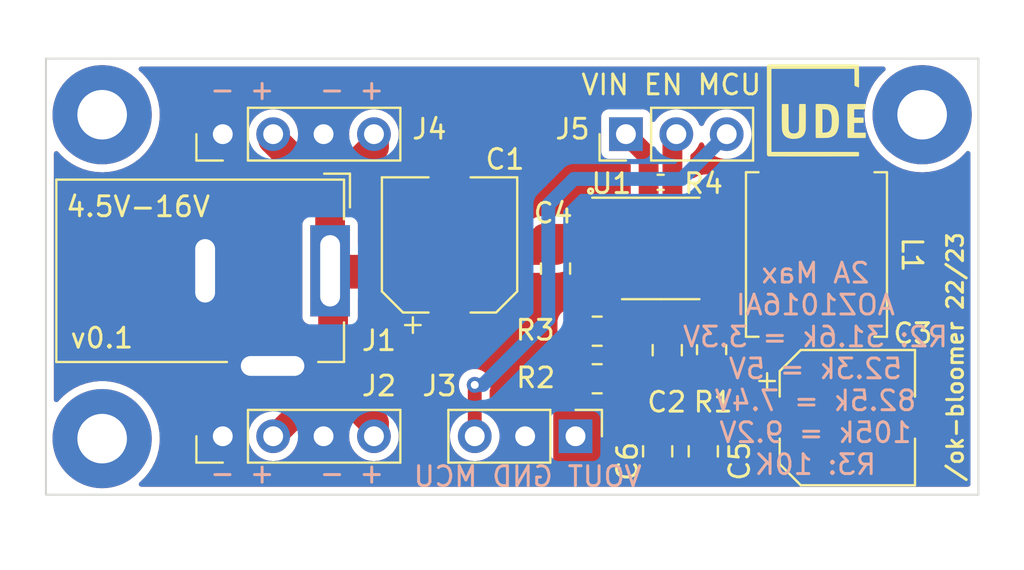
<source format=kicad_pcb>
(kicad_pcb (version 20211014) (generator pcbnew)
  (layers (0 "F.Cu" signal) (31 "B.Cu" signal) (34 "B.Paste" user) (35 "F.Paste" user) (36 "B.SilkS" user "B.Silkscreen") (37 "F.SilkS" user "F.Silkscreen") (38 "B.Mask" user) (39 "F.Mask" user) (44 "Edge.Cuts" user))
  (net 0 "")
  (net 1 "/VIN")
  (net 2 "Net-(C2-Pad1)")
  (net 3 "VOUT")
  (net 4 "Net-(R1-Pad1)")
  (net 5 "Net-(R2-Pad2)")
  (net 6 "GNDA")
  (net 7 "Net-(L1-Pad1)")
  (net 8 "/EN")
  (net 9 "/MCU")
  (footprint "Capacitor_SMD:C_0805_2012Metric_Pad1.18x1.45mm_HandSolder" (layer "F.Cu") (at 103.6828 74.3966 90)
    (fp_text reference "C2" (at -2.6201 -0.0254 180) (layer "F.SilkS"))
    (fp_text value "1nF")
    (fp_line (start -0.261252 0.735) (end 0.261252 0.735) (layer "F.SilkS") (width 0.12))
    (fp_line (start -0.261252 -0.735) (end 0.261252 -0.735) (layer "F.SilkS") (width 0.12))
    (pad "1" smd roundrect (at -1.0375 0 90) (size 1.175 1.45) (layers "F.Cu" "F.Paste" "F.Mask") (roundrect_rratio 0.2127659574) (net 2 "Net-(C2-Pad1)"))
    (pad "2" smd roundrect (at 1.0375 0 90) (size 1.175 1.45) (layers "F.Cu" "F.Paste" "F.Mask") (roundrect_rratio 0.2127659574) (net 6 "GNDA"))
  )
  (footprint "Connector_PinHeader_2.54mm:PinHeader_1x03_P2.54mm_Vertical" (layer "F.Cu") (at 99.06 78.74 -90)
    (fp_text reference "J3" (at -2.54 6.858 180) (layer "F.SilkS"))
    (fp_text value "Conn_01x03_Male")
    (fp_line (start -1.33 1.27) (end -1.33 6.41) (layer "F.SilkS") (width 0.12))
    (fp_line (start -1.33 -1.33) (end 0 -1.33) (layer "F.SilkS") (width 0.12))
    (fp_line (start 1.33 1.27) (end 1.33 6.41) (layer "F.SilkS") (width 0.12))
    (fp_line (start -1.33 1.27) (end 1.33 1.27) (layer "F.SilkS") (width 0.12))
    (fp_line (start -1.33 6.41) (end 1.33 6.41) (layer "F.SilkS") (width 0.12))
    (fp_line (start -1.33 0) (end -1.33 -1.33) (layer "F.SilkS") (width 0.12))
    (pad "1" thru_hole rect (at 0 0 270) (size 1.7 1.7) (drill 1) (layers *.Cu *.Mask) (net 3 "VOUT"))
    (pad "2" thru_hole oval (at 0 2.54 270) (size 1.7 1.7) (drill 1) (layers *.Cu *.Mask) (net 6 "GNDA"))
    (pad "3" thru_hole oval (at 0 5.08 270) (size 1.7 1.7) (drill 1) (layers *.Cu *.Mask) (net 9 "/MCU"))
  )
  (footprint "Package_SO:SO-8_3.9x4.9mm_P1.27mm" (layer "F.Cu") (at 103.3526 69.2658)
    (fp_text reference "U1" (at -2.4826 -3.2758) (layer "F.SilkS"))
    (fp_text value "AOZ1016AI")
    (fp_line (start 0 -2.56) (end 1.95 -2.56) (layer "F.SilkS") (width 0.12))
    (fp_line (start 0 2.56) (end 1.95 2.56) (layer "F.SilkS") (width 0.12))
    (fp_line (start 0 2.56) (end -1.95 2.56) (layer "F.SilkS") (width 0.12))
    (fp_line (start 0 -2.56) (end -3.45 -2.56) (layer "F.SilkS") (width 0.12))
    (pad "1" smd roundrect (at -2.575 -1.905) (size 1.75 0.6) (layers "F.Cu" "F.Paste" "F.Mask") (net 6 "GNDA"))
    (pad "2" smd roundrect (at -2.575 -0.635) (size 1.75 0.6) (layers "F.Cu" "F.Paste" "F.Mask") (net 1 "/VIN"))
    (pad "3" smd roundrect (at -2.575 0.635) (size 1.75 0.6) (layers "F.Cu" "F.Paste" "F.Mask") (net 6 "GNDA"))
    (pad "4" smd roundrect (at -2.575 1.905) (size 1.75 0.6) (layers "F.Cu" "F.Paste" "F.Mask") (net 5 "Net-(R2-Pad2)"))
    (pad "5" smd roundrect (at 2.575 1.905) (size 1.75 0.6) (layers "F.Cu" "F.Paste" "F.Mask") (net 4 "Net-(R1-Pad1)"))
    (pad "6" smd roundrect (at 2.575 0.635) (size 1.75 0.6) (layers "F.Cu" "F.Paste" "F.Mask") (net 8 "/EN"))
    (pad "7" smd roundrect (at 2.575 -0.635) (size 1.75 0.6) (layers "F.Cu" "F.Paste" "F.Mask") (net 7 "Net-(L1-Pad1)"))
    (pad "8" smd roundrect (at 2.575 -1.905) (size 1.75 0.6) (layers "F.Cu" "F.Paste" "F.Mask") (net 7 "Net-(L1-Pad1)"))
  )
  (footprint "Capacitor_SMD:CP_Elec_6.3x5.9" (layer "F.Cu") (at 92.71 69.088 90)
    (fp_text reference "C1" (at 4.318 2.794) (layer "F.SilkS"))
    (fp_text value "22µF")
    (fp_line (start -4.04375 -2.24125) (end -4.04375 -1.45375) (layer "F.SilkS") (width 0.12))
    (fp_line (start -3.41 -2.345563) (end -3.41 -1.06) (layer "F.SilkS") (width 0.12))
    (fp_line (start 3.41 3.41) (end 3.41 1.06) (layer "F.SilkS") (width 0.12))
    (fp_line (start -2.345563 3.41) (end 3.41 3.41) (layer "F.SilkS") (width 0.12))
    (fp_line (start -3.41 2.345563) (end -3.41 1.06) (layer "F.SilkS") (width 0.12))
    (fp_line (start -3.41 -2.345563) (end -2.345563 -3.41) (layer "F.SilkS") (width 0.12))
    (fp_line (start -4.4375 -1.8475) (end -3.65 -1.8475) (layer "F.SilkS") (width 0.12))
    (fp_line (start -2.345563 -3.41) (end 3.41 -3.41) (layer "F.SilkS") (width 0.12))
    (fp_line (start 3.41 -3.41) (end 3.41 -1.06) (layer "F.SilkS") (width 0.12))
    (fp_line (start -3.41 2.345563) (end -2.345563 3.41) (layer "F.SilkS") (width 0.12))
    (pad "1" smd roundrect (at -2.8 0 90) (size 3.5 1.6) (layers "F.Cu" "F.Paste" "F.Mask") (roundrect_rratio 0.15625) (net 1 "/VIN"))
    (pad "2" smd roundrect (at 2.8 0 90) (size 3.5 1.6) (layers "F.Cu" "F.Paste" "F.Mask") (roundrect_rratio 0.15625) (net 6 "GNDA"))
  )
  (footprint "MountingHole:MountingHole_2.5mm_Pad" (layer "F.Cu") (at 75.2 62.52)
    (fp_text reference "H1" hide)
    (fp_text value "MountingHole")
    (pad "1" thru_hole circle (at 0 0) (size 5 5) (drill 2.5) (layers *.Cu *.Mask))
  )
  (footprint "Capacitor_SMD:C_0805_2012Metric_Pad1.18x1.45mm_HandSolder" (layer "F.Cu") (at 103.2 79.5 90)
    (fp_text reference "C6" (at -0.508 -1.524 270) (layer "F.SilkS"))
    (fp_text value "10µF")
    (fp_line (start -0.261252 -0.735) (end 0.261252 -0.735) (layer "F.SilkS") (width 0.12))
    (fp_line (start -0.261252 0.735) (end 0.261252 0.735) (layer "F.SilkS") (width 0.12))
    (pad "1" smd roundrect (at -1.0375 0 90) (size 1.175 1.45) (layers "F.Cu" "F.Paste" "F.Mask") (roundrect_rratio 0.2127659574) (net 6 "GNDA"))
    (pad "2" smd roundrect (at 1.0375 0 90) (size 1.175 1.45) (layers "F.Cu" "F.Paste" "F.Mask") (roundrect_rratio 0.2127659574) (net 3 "VOUT"))
  )
  (footprint "Resistor_SMD:R_0805_2012Metric_Pad1.20x1.40mm_HandSolder" (layer "F.Cu") (at 105.918 74.3712 -90)
    (fp_text reference "R1" (at 2.6455 -0.0762 180) (layer "F.SilkS"))
    (fp_text value "20k")
    (fp_line (start -0.227064 -0.735) (end 0.227064 -0.735) (layer "F.SilkS") (width 0.12))
    (fp_line (start -0.227064 0.735) (end 0.227064 0.735) (layer "F.SilkS") (width 0.12))
    (pad "1" smd roundrect (at -1 0 270) (size 1.2 1.4) (layers "F.Cu" "F.Paste" "F.Mask") (roundrect_rratio 0.2083333333) (net 4 "Net-(R1-Pad1)"))
    (pad "2" smd roundrect (at 1 0 270) (size 1.2 1.4) (layers "F.Cu" "F.Paste" "F.Mask") (roundrect_rratio 0.2083333333) (net 2 "Net-(C2-Pad1)"))
  )
  (footprint "MountingHole:MountingHole_2.5mm_Pad" (layer "F.Cu") (at 116.53 62.52)
    (fp_text reference "H3" hide)
    (fp_text value "MountingHole")
    (pad "1" thru_hole circle (at 0 0) (size 5 5) (drill 2.5) (layers *.Cu *.Mask))
  )
  (footprint "Resistor_SMD:R_0805_2012Metric_Pad1.20x1.40mm_HandSolder" (layer "F.Cu") (at 100.15 73.44)
    (fp_text reference "R3" (at -3.1242 -0.0508) (layer "F.SilkS"))
    (fp_text value "10k")
    (fp_line (start -0.227064 -0.735) (end 0.227064 -0.735) (layer "F.SilkS") (width 0.12))
    (fp_line (start -0.227064 0.735) (end 0.227064 0.735) (layer "F.SilkS") (width 0.12))
    (pad "1" smd roundrect (at -1 0) (size 1.2 1.4) (layers "F.Cu" "F.Paste" "F.Mask") (roundrect_rratio 0.2083333333) (net 5 "Net-(R2-Pad2)"))
    (pad "2" smd roundrect (at 1 0) (size 1.2 1.4) (layers "F.Cu" "F.Paste" "F.Mask") (roundrect_rratio 0.2083333333) (net 6 "GNDA"))
  )
  (footprint "Connector_PinHeader_2.54mm:PinHeader_1x03_P2.54mm_Vertical" (layer "F.Cu") (at 101.6 63.5 90)
    (fp_text reference "J5" (at 0.254 -2.6924 180) (layer "F.SilkS"))
    (fp_text value "Conn_01x03_Male")
    (fp_line (start -1.33 6.41) (end 1.33 6.41) (layer "F.SilkS") (width 0.12))
    (fp_line (start -1.33 1.27) (end 1.33 1.27) (layer "F.SilkS") (width 0.12))
    (fp_line (start -1.33 1.27) (end -1.33 6.41) (layer "F.SilkS") (width 0.12))
    (fp_line (start 1.33 1.27) (end 1.33 6.41) (layer "F.SilkS") (width 0.12))
    (fp_line (start -1.33 0) (end -1.33 -1.33) (layer "F.SilkS") (width 0.12))
    (fp_line (start -1.33 -1.33) (end 0 -1.33) (layer "F.SilkS") (width 0.12))
    (pad "1" thru_hole rect (at 0 0 90) (size 1.7 1.7) (drill 1) (layers *.Cu *.Mask) (net 1 "/VIN"))
    (pad "2" thru_hole oval (at 0 2.54 90) (size 1.7 1.7) (drill 1) (layers *.Cu *.Mask) (net 8 "/EN"))
    (pad "3" thru_hole oval (at 0 5.08 90) (size 1.7 1.7) (drill 1) (layers *.Cu *.Mask) (net 9 "/MCU"))
  )
  (footprint "Connector_PinHeader_2.54mm:PinHeader_1x04_P2.54mm_Vertical" (layer "F.Cu") (at 81.28 63.5 90)
    (fp_text reference "J4" (at 0.254 10.414 180) (layer "F.SilkS"))
    (fp_text value "Conn_01x04_Male")
    (fp_line (start -1.33 0) (end -1.33 -1.33) (layer "F.SilkS") (width 0.12))
    (fp_line (start -1.33 8.95) (end 1.33 8.95) (layer "F.SilkS") (width 0.12))
    (fp_line (start 1.33 1.27) (end 1.33 8.95) (layer "F.SilkS") (width 0.12))
    (fp_line (start -1.33 -1.33) (end 0 -1.33) (layer "F.SilkS") (width 0.12))
    (fp_line (start -1.33 1.27) (end 1.33 1.27) (layer "F.SilkS") (width 0.12))
    (fp_line (start -1.33 1.27) (end -1.33 8.95) (layer "F.SilkS") (width 0.12))
    (pad "1" thru_hole rect (at 0 0 90) (size 1.7 1.7) (drill 1) (layers *.Cu *.Mask) (net 6 "GNDA"))
    (pad "2" thru_hole oval (at 0 2.54 90) (size 1.7 1.7) (drill 1) (layers *.Cu *.Mask) (net 1 "/VIN"))
    (pad "3" thru_hole oval (at 0 5.08 90) (size 1.7 1.7) (drill 1) (layers *.Cu *.Mask) (net 6 "GNDA"))
    (pad "4" thru_hole oval (at 0 7.62 90) (size 1.7 1.7) (drill 1) (layers *.Cu *.Mask) (net 1 "/VIN"))
  )
  (footprint "Resistor_SMD:R_0805_2012Metric_Pad1.20x1.40mm_HandSolder" (layer "F.Cu") (at 100.15 75.84 180)
    (fp_text reference "R2" (at 3.0988 0.0508) (layer "F.SilkS"))
    (fp_text value "52.3k")
    (fp_line (start -0.227064 -0.735) (end 0.227064 -0.735) (layer "F.SilkS") (width 0.12))
    (fp_line (start -0.227064 0.735) (end 0.227064 0.735) (layer "F.SilkS") (width 0.12))
    (pad "1" smd roundrect (at -1 0 180) (size 1.2 1.4) (layers "F.Cu" "F.Paste" "F.Mask") (roundrect_rratio 0.2083333333) (net 3 "VOUT"))
    (pad "2" smd roundrect (at 1 0 180) (size 1.2 1.4) (layers "F.Cu" "F.Paste" "F.Mask") (roundrect_rratio 0.2083333333) (net 5 "Net-(R2-Pad2)"))
  )
  (footprint "MountingHole:MountingHole_2.5mm_Pad" (layer "F.Cu") (at 75.2 78.86)
    (fp_text reference "H2" hide)
    (fp_text value "MountingHole")
    (pad "1" thru_hole circle (at 0 0) (size 5 5) (drill 2.5) (layers *.Cu *.Mask))
  )
  (footprint "Connector_BarrelJack:BarrelJack_GCT_DCJ200-10-A_Horizontal" (layer "F.Cu") (at 86.6902 70.3938 -90)
    (fp_text reference "J1" (at 3.5202 -2.4638 180) (layer "F.SilkS"))
    (fp_text value "Barrel_Jack_Switch")
    (fp_line (start -4.6 13.8) (end -4.6 -0.7) (layer "F.SilkS") (width 0.12))
    (fp_line (start 4.6 13.8) (end -4.6 13.8) (layer "F.SilkS") (width 0.12))
    (fp_line (start -4.6 -0.7) (end -2.6 -0.7) (layer "F.SilkS") (width 0.12))
    (fp_line (start -3.2 -1) (end -4.9 -1) (layer "F.SilkS") (width 0.12))
    (fp_line (start 4.6 -0.7) (end 4.6 0.6) (layer "F.SilkS") (width 0.12))
    (fp_line (start -4.9 -1) (end -4.9 0.3) (layer "F.SilkS") (width 0.12))
    (fp_line (start 2.6 -0.7) (end 4.6 -0.7) (layer "F.SilkS") (width 0.12))
    (fp_line (start 4.6 5.2) (end 4.6 13.8) (layer "F.SilkS") (width 0.12))
    (pad "1" thru_hole rect (at 0 0 270) (size 4.6 2) (drill oval 3.6 1) (layers *.Cu *.Mask) (net 1 "/VIN"))
    (pad "2" thru_hole oval (at 0 6.3 270) (size 4.2 2) (drill oval 3.2 1) (layers *.Cu *.Mask) (net 6 "GNDA"))
    (pad "3" thru_hole oval (at 4.8 2.9 270) (size 2 4.2) (drill oval 1 3.2) (layers *.Cu *.Mask) (net 6 "GNDA"))
  )
  (footprint "Capacitor_SMD:C_0805_2012Metric_Pad1.18x1.45mm_HandSolder" (layer "F.Cu") (at 98.05 70.2818 90)
    (fp_text reference "C4" (at 2.7998 -0.1178 180) (layer "F.SilkS"))
    (fp_text value "1µF")
    (fp_line (start -0.261252 0.735) (end 0.261252 0.735) (layer "F.SilkS") (width 0.12))
    (fp_line (start -0.261252 -0.735) (end 0.261252 -0.735) (layer "F.SilkS") (width 0.12))
    (pad "1" smd roundrect (at -1.0375 0 90) (size 1.175 1.45) (layers "F.Cu" "F.Paste" "F.Mask") (roundrect_rratio 0.2127659574) (net 6 "GNDA"))
    (pad "2" smd roundrect (at 1.0375 0 90) (size 1.175 1.45) (layers "F.Cu" "F.Paste" "F.Mask") (roundrect_rratio 0.2127659574) (net 1 "/VIN"))
  )
  (footprint "Connector_PinHeader_2.54mm:PinHeader_1x04_P2.54mm_Vertical" (layer "F.Cu") (at 81.28 78.74 90)
    (fp_text reference "J2" (at 2.54 7.874 180) (layer "F.SilkS"))
    (fp_text value "Conn_01x04_Male")
    (fp_line (start -1.33 0) (end -1.33 -1.33) (layer "F.SilkS") (width 0.12))
    (fp_line (start -1.33 1.27) (end -1.33 8.95) (layer "F.SilkS") (width 0.12))
    (fp_line (start 1.33 1.27) (end 1.33 8.95) (layer "F.SilkS") (width 0.12))
    (fp_line (start -1.33 -1.33) (end 0 -1.33) (layer "F.SilkS") (width 0.12))
    (fp_line (start -1.33 8.95) (end 1.33 8.95) (layer "F.SilkS") (width 0.12))
    (fp_line (start -1.33 1.27) (end 1.33 1.27) (layer "F.SilkS") (width 0.12))
    (pad "1" thru_hole rect (at 0 0 90) (size 1.7 1.7) (drill 1) (layers *.Cu *.Mask) (net 6 "GNDA"))
    (pad "2" thru_hole oval (at 0 2.54 90) (size 1.7 1.7) (drill 1) (layers *.Cu *.Mask) (net 1 "/VIN"))
    (pad "3" thru_hole oval (at 0 5.08 90) (size 1.7 1.7) (drill 1) (layers *.Cu *.Mask) (net 6 "GNDA"))
    (pad "4" thru_hole oval (at 0 7.62 90) (size 1.7 1.7) (drill 1) (layers *.Cu *.Mask) (net 1 "/VIN"))
  )
  (footprint "Bloomer_Library:PowerInductor_Panasonic_ETQP3MKVN_7.4mm_7mm" (layer "F.Cu") (at 111.2012 69.5706 -90)
    (fp_text reference "L1" (at 0.01 -4.825 -90 unlocked) (layer "F.SilkS"))
    (fp_text value "4.7uH")
    (fp_line (start 4.15 3.55) (end -4.15 3.55) (layer "F.SilkS") (width 0.12))
    (fp_line (start -4.15 -2.925) (end -4.15 -3.556) (layer "F.SilkS") (width 0.12))
    (fp_line (start 4.15 2.919) (end 4.15 3.55) (layer "F.SilkS") (width 0.12))
    (fp_line (start -4.15 3.55) (end -4.15 2.919) (layer "F.SilkS") (width 0.12))
    (fp_line (start 4.15 -3.556) (end 4.15 -2.925) (layer "F.SilkS") (width 0.12))
    (fp_line (start -4.15 -3.556) (end 4.15 -3.556) (layer "F.SilkS") (width 0.12))
    (pad "1" smd roundrect (at -2.64 0) (size 5.5 3.6) (layers "F.Cu" "F.Paste" "F.Mask") (net 7 "Net-(L1-Pad1)"))
    (pad "2" smd roundrect (at 2.64 0 180) (size 5.5 3.6) (layers "F.Cu" "F.Paste" "F.Mask") (net 3 "VOUT"))
  )
  (footprint "Capacitor_SMD:CP_Elec_6.3x5.9" (layer "F.Cu") (at 112.76 77.8)
    (fp_text reference "C3" (at 3.302 -4.2418 180) (layer "F.SilkS"))
    (fp_text value "22µF")
    (fp_line (start -3.41 2.345563) (end -3.41 1.06) (layer "F.SilkS") (width 0.12))
    (fp_line (start -2.345563 -3.41) (end 3.41 -3.41) (layer "F.SilkS") (width 0.12))
    (fp_line (start 3.41 3.41) (end 3.41 1.06) (layer "F.SilkS") (width 0.12))
    (fp_line (start -3.41 -2.345563) (end -3.41 -1.06) (layer "F.SilkS") (width 0.12))
    (fp_line (start 3.41 -3.41) (end 3.41 -1.06) (layer "F.SilkS") (width 0.12))
    (fp_line (start -2.345563 3.41) (end 3.41 3.41) (layer "F.SilkS") (width 0.12))
    (fp_line (start -4.04375 -2.24125) (end -4.04375 -1.45375) (layer "F.SilkS") (width 0.12))
    (fp_line (start -4.4375 -1.8475) (end -3.65 -1.8475) (layer "F.SilkS") (width 0.12))
    (fp_line (start -3.41 -2.345563) (end -2.345563 -3.41) (layer "F.SilkS") (width 0.12))
    (fp_line (start -3.41 2.345563) (end -2.345563 3.41) (layer "F.SilkS") (width 0.12))
    (pad "1" smd roundrect (at -2.8 0) (size 3.5 1.6) (layers "F.Cu" "F.Paste" "F.Mask") (roundrect_rratio 0.15625) (net 3 "VOUT"))
    (pad "2" smd roundrect (at 2.8 0) (size 3.5 1.6) (layers "F.Cu" "F.Paste" "F.Mask") (roundrect_rratio 0.15625) (net 6 "GNDA"))
  )
  (footprint "Capacitor_SMD:C_0805_2012Metric_Pad1.18x1.45mm_HandSolder" (layer "F.Cu") (at 105.5 79.502 90)
    (fp_text reference "C5" (at -0.498 1.828 90) (layer "F.SilkS"))
    (fp_text value "10µF")
    (fp_line (start -0.261252 -0.735) (end 0.261252 -0.735) (layer "F.SilkS") (width 0.12))
    (fp_line (start -0.261252 0.735) (end 0.261252 0.735) (layer "F.SilkS") (width 0.12))
    (pad "1" smd roundrect (at -1.0375 0 90) (size 1.175 1.45) (layers "F.Cu" "F.Paste" "F.Mask") (roundrect_rratio 0.2127659574) (net 6 "GNDA"))
    (pad "2" smd roundrect (at 1.0375 0 90) (size 1.175 1.45) (layers "F.Cu" "F.Paste" "F.Mask") (roundrect_rratio 0.2127659574) (net 3 "VOUT"))
  )
  (footprint "Resistor_SMD:R_0402_1005Metric" (layer "F.Cu") (at 103.35 65.93)
    (fp_text reference "R4" (at 2.16 0.06) (layer "F.SilkS"))
    (fp_text value "0")
    (fp_line (start -0.153641 0.38) (end 0.153641 0.38) (layer "F.SilkS") (width 0.12))
    (fp_line (start -0.153641 -0.38) (end 0.153641 -0.38) (layer "F.SilkS") (width 0.12))
    (pad "1" smd roundrect (at -0.51 0) (size 0.54 0.64) (layers "F.Cu" "F.Paste" "F.Mask") (net 1 "/VIN"))
    (pad "2" smd roundrect (at 0.51 0) (size 0.54 0.64) (layers "F.Cu" "F.Paste" "F.Mask") (net 8 "/EN"))
  )
  (footprint "LOGO" (layer "F.Cu") (at 111.2 62.3)
    (fp_text reference "G***" hide)
    (fp_text value "LOGO" hide)
    (fp_poly (pts (xy 2.124797 -0.323556) (xy 2.204733 -0.323392) (xy 2.273307 -0.323107) (xy 2.331183 -0.322689) (xy 2.379023 -0.322126) (xy 2.417493 -0.321408) (xy 2.447256 -0.320524) (xy 2.468975 -0.319462) (xy 2.483316 -0.318213) (xy 2.49094 -0.316764) (xy 2.492411 -0.315993) (xy 2.496637 -0.310365) (xy 2.498797 -0.302669) (xy 2.498622 -0.291173) (xy 2.495847 -0.274146) (xy 2.490204 -0.249858) (xy 2.481425 -0.216577) (xy 2.471554 -0.18084) (xy 2.460024 -0.140631) (xy 2.450675 -0.110946) (xy 2.442802 -0.089953) (xy 2.435696 -0.075818) (xy 2.42865 -0.06671) (xy 2.426856 -0.065039) (xy 2.410484 -0.050762) (xy 1.903573 -0.050762) (xy 1.903573 0.361678) (xy 2.133905 0.361678) (xy 2.199005 0.361798) (xy 2.252277 0.362174) (xy 2.294581 0.362835) (xy 2.326777 0.363807) (xy 2.349724 0.365119) (xy 2.364284 0.366798) (xy 2.371315 0.368872) (xy 2.371852 0.369293) (xy 2.37486 0.377151) (xy 2.377072 0.394455) (xy 2.378537 0.422076) (xy 2.37931 0.460883) (xy 2.379466 0.495838) (xy 2.379411 0.537455) (xy 2.379111 0.568218) (xy 2.378366 0.589966) (xy 2.376974 0.604535) (xy 2.374735 0.613763) (xy 2.371446 0.619487) (xy 2.366908 0.623543) (xy 2.365364 0.624646) (xy 2.360103 0.62731) (xy 2.351867 0.629459) (xy 2.339388 0.631146) (xy 2.321398 0.632424) (xy 2.29663 0.633345) (xy 2.263818 0.633963) (xy 2.221694 0.634329) (xy 2.16899 0.634497) (xy 2.127417 0.634524) (xy 1.903573 0.634524) (xy 1.903573 1.123107) (xy 2.188332 1.123107) (xy 2.256361 1.123142) (xy 2.31281 1.123273) (xy 2.35879 1.12354) (xy 2.395412 1.123983) (xy 2.423785 1.124641) (xy 2.44502 1.125553) (xy 2.460228 1.126761) (xy 2.470519 1.128303) (xy 2.477004 1.130219) (xy 2.480794 1.132549) (xy 2.481799 1.1336) (xy 2.485106 1.140705) (xy 2.487522 1.153916) (xy 2.489154 1.174766) (xy 2.490108 1.204788) (xy 2.490489 1.245516) (xy 2.490508 1.25953) (xy 2.490272 1.303645) (xy 2.489495 1.33661) (xy 2.488071 1.359959) (xy 2.485892 1.375224) (xy 2.482855 1.38394) (xy 2.481799 1.38546) (xy 2.479296 1.387493) (xy 2.47482 1.389248) (xy 2.46749 1.390744) (xy 2.456428 1.392002) (xy 2.440752 1.393042) (xy 2.419585 1.393885) (xy 2.392045 1.39455) (xy 2.357254 1.395058) (xy 2.314332 1.395429) (xy 2.262399 1.395684) (xy 2.200575 1.395842) (xy 2.127981 1.395925) (xy 2.043738 1.395952) (xy 2.026981 1.395953) (xy 1.940172 1.39593) (xy 1.865181 1.395847) (xy 1.801134 1.395687) (xy 1.747158 1.395429) (xy 1.70238 1.395054) (xy 1.665928 1.394544) (xy 1.636927 1.39388) (xy 1.614506 1.393042) (xy 1.597791 1.392011) (xy 1.585909 1.390768) (xy 1.577986 1.389294) (xy 1.573151 1.387571) (xy 1.570901 1.385982) (xy 1.569463 1.383636) (xy 1.568169 1.379201) (xy 1.567011 1.372046) (xy 1.565982 1.361539) (xy 1.565073 1.347049) (xy 1.564279 1.327944) (xy 1.563591 1.303592) (xy 1.563002 1.273362) (xy 1.562505 1.236623) (xy 1.562092 1.192743) (xy 1.561756 1.14109) (xy 1.561489 1.081034) (xy 1.561284 1.011942) (xy 1.561134 0.933183) (xy 1.561031 0.844125) (xy 1.560967 0.744138) (xy 1.560936 0.632588) (xy 1.56093 0.536173) (xy 1.560941 0.415072) (xy 1.560978 0.306031) (xy 1.561049 0.208417) (xy 1.561162 0.121599) (xy 1.561323 0.044945) (xy 1.56154 -0.022175) (xy 1.561821 -0.080394) (xy 1.562173 -0.130344) (xy 1.562603 -0.172655) (xy 1.563119 -0.207959) (xy 1.563729 -0.236888) (xy 1.564439 -0.260072) (xy 1.565256 -0.278145) (xy 1.56619 -0.291737) (xy 1.567246 -0.301479) (xy 1.568432 -0.308004) (xy 1.569756 -0.311942) (xy 1.570901 -0.313636) (xy 1.573864 -0.315564) (xy 1.579201 -0.31723) (xy 1.587779 -0.318653) (xy 1.600465 -0.31985) (xy 1.618126 -0.320842) (xy 1.641631 -0.321646) (xy 1.671845 -0.322282) (xy 1.709636 -0.322769) (xy 1.755871 -0.323124) (xy 1.811418 -0.323366) (xy 1.877143 -0.323515) (xy 1.953914 -0.323589) (xy 2.032834 -0.323608)) (layer "F.SilkS") (width 0) (fill solid))
    (fp_poly (pts (xy 0.310891 -0.323432) (xy 0.37151 -0.322927) (xy 0.427866 -0.322129) (xy 0.4783 -0.321074) (xy 0.521152 -0.319795) (xy 0.554764 -0.318329) (xy 0.577476 -0.316711) (xy 0.578755 -0.316577) (xy 0.668613 -0.302779) (xy 0.749526 -0.281474) (xy 0.821808 -0.252287) (xy 0.885775 -0.214845) (xy 0.941743 -0.168775) (xy 0.990028 -0.113703) (xy 1.030946 -0.049255) (xy 1.064811 0.024943) (xy 1.091941 0.109264) (xy 1.11265 0.204082) (xy 1.127254 0.30977) (xy 1.129779 0.335609) (xy 1.132527 0.377085) (xy 1.134215 0.427153) (xy 1.134895 0.483213) (xy 1.134622 0.54266) (xy 1.13345 0.602892) (xy 1.131433 0.661307) (xy 1.128624 0.715301) (xy 1.125078 0.762272) (xy 1.120849 0.799617) (xy 1.120058 0.804868) (xy 1.100258 0.906152) (xy 1.074411 0.996572) (xy 1.042243 1.076565) (xy 1.003482 1.146566) (xy 0.957853 1.207014) (xy 0.905084 1.258344) (xy 0.844901 1.300993) (xy 0.792142 1.328739) (xy 0.754251 1.344844) (xy 0.716755 1.357849) (xy 0.675408 1.369043) (xy 0.625963 1.37972) (xy 0.621834 1.380531) (xy 0.606278 1.383162) (xy 0.587906 1.385399) (xy 0.565487 1.38729) (xy 0.53779 1.388884) (xy 0.503584 1.390228) (xy 0.461637 1.391371) (xy 0.410717 1.392361) (xy 0.349595 1.393246) (xy 0.277037 1.394074) (xy 0.275465 1.39409) (xy 0.206524 1.394771) (xy 0.149166 1.395245) (xy 0.102284 1.395482) (xy 0.064771 1.395456) (xy 0.035522 1.395139) (xy 0.013429 1.394504) (xy -0.002614 1.393524) (xy -0.013713 1.39217) (xy -0.020975 1.390415) (xy -0.025506 1.388232) (xy -0.02752 1.386562) (xy -0.029036 1.384356) (xy -0.030401 1.380503) (xy -0.031622 1.374366) (xy -0.032708 1.365305) (xy -0.033665 1.352683) (xy -0.034502 1.335861) (xy -0.035227 1.314201) (xy -0.035848 1.287065) (xy -0.036373 1.253814) (xy -0.03681 1.21381) (xy -0.037165 1.166416) (xy -0.037449 1.110992) (xy -0.037668 1.046901) (xy -0.03783 0.973505) (xy -0.037943 0.890164) (xy -0.038016 0.796241) (xy -0.038056 0.691098) (xy -0.03807 0.574096) (xy -0.038071 0.536173) (xy -0.03806 0.415072) (xy -0.038023 0.306031) (xy -0.037952 0.208417) (xy -0.037839 0.121599) (xy -0.037678 0.044945) (xy -0.037461 -0.022175) (xy -0.037315 -0.052461) (xy 0.304572 -0.052461) (xy 0.304572 1.124951) (xy 0.398164 1.121289) (xy 0.436257 1.119198) (xy 0.472457 1.116125) (xy 0.503348 1.112425) (xy 0.525512 1.108453) (xy 0.528012 1.107818) (xy 0.580054 1.089577) (xy 0.624841 1.064554) (xy 0.662879 1.031976) (xy 0.694673 0.991065) (xy 0.72073 0.941046) (xy 0.741554 0.881144) (xy 0.757651 0.810583) (xy 0.768288 0.73922) (xy 0.771056 0.707797) (xy 0.773172 0.666782) (xy 0.774636 0.618809) (xy 0.775447 0.566514) (xy 0.775605 0.51253) (xy 0.775109 0.459491) (xy 0.773958 0.410032) (xy 0.772153 0.366785) (xy 0.769693 0.332386) (xy 0.768364 0.320434) (xy 0.755476 0.242334) (xy 0.738555 0.175604) (xy 0.717309 0.119489) (xy 0.691447 0.073235) (xy 0.660677 0.036084) (xy 0.657288 0.032812) (xy 0.628107 0.007911) (xy 0.598091 -0.011479) (xy 0.565064 -0.026053) (xy 0.526853 -0.036503) (xy 0.481282 -0.043526) (xy 0.426177 -0.047814) (xy 0.401337 -0.048906) (xy 0.304572 -0.052461) (xy -0.037315 -0.052461) (xy -0.03718 -0.080394) (xy -0.036828 -0.130344) (xy -0.036397 -0.172655) (xy -0.035881 -0.207959) (xy -0.035272 -0.236888) (xy -0.034562 -0.260072) (xy -0.033744 -0.278145) (xy -0.032811 -0.291737) (xy -0.031755 -0.301479) (xy -0.030569 -0.308004) (xy -0.029245 -0.311942) (xy -0.0281 -0.313636) (xy -0.024407 -0.316107) (xy -0.017974 -0.31814) (xy -0.007658 -0.319776) (xy 0.007685 -0.321058) (xy 0.029195 -0.322026) (xy 0.058017 -0.322721) (xy 0.095293 -0.323185) (xy 0.142164 -0.32346) (xy 0.199775 -0.323586) (xy 0.247669 -0.323608)) (layer "F.SilkS") (width 0) (fill solid))
    (fp_poly (pts (xy 0.026493 -2.322357) (xy 0.214527 -2.322351) (xy 0.390656 -2.322339) (xy 0.555275 -2.322319) (xy 0.708778 -2.322288) (xy 0.851556 -2.322245) (xy 0.984005 -2.322187) (xy 1.106516 -2.322112) (xy 1.219484 -2.322019) (xy 1.323302 -2.321905) (xy 1.418364 -2.321769) (xy 1.505062 -2.321608) (xy 1.58379 -2.32142) (xy 1.654941 -2.321203) (xy 1.718909 -2.320955) (xy 1.776088 -2.320674) (xy 1.826869 -2.320358) (xy 1.871648 -2.320006) (xy 1.910817 -2.319614) (xy 1.94477 -2.319181) (xy 1.9739 -2.318704) (xy 1.9986 -2.318183) (xy 2.019264 -2.317614) (xy 2.036285 -2.316996) (xy 2.050057 -2.316327) (xy 2.060973 -2.315604) (xy 2.069425 -2.314825) (xy 2.075809 -2.313989) (xy 2.080517 -2.313094) (xy 2.083942 -2.312137) (xy 2.086478 -2.311116) (xy 2.087525 -2.310586) (xy 2.105498 -2.297979) (xy 2.123759 -2.280769) (xy 2.12867 -2.275101) (xy 2.147865 -2.251387) (xy 2.149555 -1.706124) (xy 2.149836 -1.609657) (xy 2.150035 -1.525105) (xy 2.15014 -1.45169) (xy 2.15014 -1.388638) (xy 2.150024 -1.335172) (xy 2.149779 -1.290515) (xy 2.149396 -1.253893) (xy 2.148861 -1.224528) (xy 2.148164 -1.201645) (xy 2.147294 -1.184468) (xy 2.146238 -1.17222) (xy 2.144986 -1.164126) (xy 2.143525 -1.159409) (xy 2.141846 -1.157294) (xy 2.141464 -1.157107) (xy 2.13143 -1.157748) (xy 2.112324 -1.162609) (xy 2.086661 -1.170738) (xy 2.056955 -1.181182) (xy 2.025721 -1.192988) (xy 1.995475 -1.205202) (xy 1.968732 -1.216872) (xy 1.948006 -1.227044) (xy 1.935814 -1.234765) (xy 1.935299 -1.235232) (xy 1.919436 -1.250296) (xy 1.917718 -1.672113) (xy 1.915999 -2.09393) (xy -2.265251 -2.09393) (xy -2.265251 2.093929) (xy -0.069797 2.093929) (xy 0.128358 2.09393) (xy 0.31422 2.093933) (xy 0.488183 2.093941) (xy 0.650644 2.093956) (xy 0.802 2.09398) (xy 0.942646 2.094016) (xy 1.072978 2.094066) (xy 1.193393 2.094133) (xy 1.304287 2.094217) (xy 1.406056 2.094323) (xy 1.499097 2.094452) (xy 1.583805 2.094606) (xy 1.660576 2.094787) (xy 1.729808 2.094998) (xy 1.791895 2.095242) (xy 1.847234 2.09552) (xy 1.896222 2.095835) (xy 1.939254 2.096189) (xy 1.976727 2.096584) (xy 2.009037 2.097022) (xy 2.03658 2.097506) (xy 2.059752 2.098039) (xy 2.078949 2.098622) (xy 2.094568 2.099257) (xy 2.107005 2.099948) (xy 2.116655 2.100695) (xy 2.123916 2.101502) (xy 2.129183 2.102371) (xy 2.132852 2.103304) (xy 2.13532 2.104303) (xy 2.136983 2.105371) (xy 2.138237 2.10651) (xy 2.138347 2.10662) (xy 2.143374 2.112707) (xy 2.146874 2.120685) (xy 2.14912 2.13277) (xy 2.150381 2.151179) (xy 2.150929 2.178127) (xy 2.151037 2.210333) (xy 2.150911 2.24634) (xy 2.15034 2.271863) (xy 2.14904 2.289109) (xy 2.146724 2.300284) (xy 2.143107 2.307592) (xy 2.137903 2.313241) (xy 2.137681 2.313443) (xy 2.136288 2.31452) (xy 2.134303 2.315531) (xy 2.131335 2.316479) (xy 2.126994 2.317366) (xy 2.120889 2.318194) (xy 2.112629 2.318965) (xy 2.101825 2.319682) (xy 2.088084 2.320347) (xy 2.071017 2.320961) (xy 2.050233 2.321529) (xy 2.025341 2.32205) (xy 1.995951 2.322529) (xy 1.961672 2.322966) (xy 1.922114 2.323365) (xy 1.876886 2.323727) (xy 1.825596 2.324055) (xy 1.767856 2.324352) (xy 1.703273 2.324618) (xy 1.631458 2.324857) (xy 1.55202 2.325071) (xy 1.464568 2.325261) (xy 1.368711 2.325431) (xy 1.26406 2.325583) (xy 1.150222 2.325718) (xy 1.026809 2.325839) (xy 0.893428 2.325949) (xy 0.74969 2.326048) (xy 0.595204 2.326141) (xy 0.429579 2.326229) (xy 0.252425 2.326313) (xy 0.063351 2.326397) (xy -0.132329 2.326481) (xy -0.301002 2.326538) (xy -0.466508 2.326568) (xy -0.628392 2.32657) (xy -0.786199 2.326546) (xy -0.939471 2.326496) (xy -1.087754 2.326422) (xy -1.230591 2.326323) (xy -1.367526 2.326201) (xy -1.498104 2.326057) (xy -1.621868 2.325891) (xy -1.738362 2.325705) (xy -1.847131 2.325498) (xy -1.947719 2.325272) (xy -2.039669 2.325027) (xy -2.122526 2.324765) (xy -2.195833 2.324486) (xy -2.259136 2.324191) (xy -2.311977 2.32388) (xy -2.353901 2.323555) (xy -2.384452 2.323216) (xy -2.403175 2.322864) (xy -2.409518 2.322541) (xy -2.435815 2.311394) (xy -2.461656 2.292426) (xy -2.481918 2.269614) (xy -2.485754 2.263336) (xy -2.486748 2.261078) (xy -2.48768 2.257787) (xy -2.488553 2.253072) (xy -2.489369 2.246542) (xy -2.49013 2.237805) (xy -2.490838 2.22647) (xy -2.491495 2.212144) (xy -2.492102 2.194438) (xy -2.492661 2.172958) (xy -2.493176 2.147314) (xy -2.493646 2.117114) (xy -2.494075 2.081966) (xy -2.494464 2.041479) (xy -2.494815 1.995262) (xy -2.49513 1.942922) (xy -2.495411 1.884069) (xy -2.495661 1.818311) (xy -2.495879 1.745256) (xy -2.49607 1.664513) (xy -2.496234 1.57569) (xy -2.496374 1.478396) (xy -2.496492 1.372239) (xy -2.496588 1.256828) (xy -2.496666 1.131771) (xy -2.496728 0.996676) (xy -2.496774 0.851153) (xy -2.496808 0.69481) (xy -2.496831 0.527254) (xy -2.496844 0.348095) (xy -2.496851 0.156941) (xy -2.496852 0) (xy -2.496852 -2.243043) (xy -2.482023 -2.266894) (xy -2.466931 -2.285158) (xy -2.447025 -2.302133) (xy -2.440221 -2.306552) (xy -2.413249 -2.322358) (xy -0.173837 -2.322358)) (layer "F.SilkS") (width 0) (fill solid))
    (fp_poly (pts (xy -0.648395 -0.323398) (xy -0.606907 -0.32274) (xy -0.576252 -0.32159) (xy -0.555503 -0.319903) (xy -0.543736 -0.317637) (xy -0.540614 -0.315993) (xy -0.539376 -0.308534) (xy -0.538239 -0.289425) (xy -0.537204 -0.259709) (xy -0.536271 -0.220426) (xy -0.53544 -0.172617) (xy -0.534713 -0.117324) (xy -0.534091 -0.055588) (xy -0.533573 0.011551) (xy -0.533161 0.083051) (xy -0.532855 0.157871) (xy -0.532656 0.23497) (xy -0.532565 0.313307) (xy -0.532583 0.39184) (xy -0.532709 0.469529) (xy -0.532945 0.545332) (xy -0.533292 0.618209) (xy -0.53375 0.687118) (xy -0.534319 0.751018) (xy -0.535001 0.808868) (xy -0.535797 0.859627) (xy -0.536706 0.902254) (xy -0.53773 0.935707) (xy -0.538869 0.958946) (xy -0.539762 0.968776) (xy -0.556231 1.056732) (xy -0.580475 1.134761) (xy -0.612776 1.203177) (xy -0.653413 1.262293) (xy -0.702667 1.312423) (xy -0.760818 1.35388) (xy -0.828145 1.386978) (xy -0.904931 1.41203) (xy -0.944052 1.421051) (xy -0.986922 1.427869) (xy -1.038432 1.433042) (xy -1.094618 1.436413) (xy -1.151518 1.43782) (xy -1.205168 1.437106) (xy -1.251604 1.43411) (xy -1.256357 1.433606) (xy -1.345787 1.41882) (xy -1.42593 1.395396) (xy -1.496828 1.363299) (xy -1.55852 1.322494) (xy -1.611048 1.272948) (xy -1.654454 1.214627) (xy -1.688777 1.147497) (xy -1.71406 1.071522) (xy -1.7198 1.047404) (xy -1.723918 1.027486) (xy -1.727564 1.007135) (xy -1.730767 0.985494) (xy -1.733555 0.961706) (xy -1.735956 0.934915) (xy -1.737997 0.904263) (xy -1.739707 0.868893) (xy -1.741113 0.82795) (xy -1.742243 0.780575) (xy -1.743125 0.725912) (xy -1.743787 0.663104) (xy -1.744257 0.591294) (xy -1.744562 0.509626) (xy -1.744732 0.417242) (xy -1.744792 0.313286) (xy -1.744793 0.27919) (xy -1.74475 0.17667) (xy -1.744629 0.086175) (xy -1.744422 0.007042) (xy -1.74412 -0.061395) (xy -1.743712 -0.119799) (xy -1.74319 -0.168836) (xy -1.742545 -0.20917) (xy -1.741768 -0.241466) (xy -1.740849 -0.266388) (xy -1.739779 -0.2846) (xy -1.73855 -0.296767) (xy -1.737151 -0.303554) (xy -1.736732 -0.304572) (xy -1.728711 -0.320435) (xy -1.575587 -0.322133) (xy -1.526735 -0.322582) (xy -1.489022 -0.322658) (xy -1.460901 -0.322282) (xy -1.440824 -0.321374) (xy -1.427243 -0.319854) (xy -1.41861 -0.317643) (xy -1.413378 -0.314662) (xy -1.41238 -0.313748) (xy -1.410668 -0.31111) (xy -1.409158 -0.306329) (xy -1.407838 -0.298648) (xy -1.406694 -0.287313) (xy -1.405714 -0.271569) (xy -1.404885 -0.250659) (xy -1.404195 -0.22383) (xy -1.403629 -0.190326) (xy -1.403176 -0.149391) (xy -1.402823 -0.10027) (xy -1.402556 -0.042208) (xy -1.402364 0.02555) (xy -1.402232 0.103759) (xy -1.402149 0.193176) (xy -1.402102 0.290748) (xy -1.402004 0.386215) (xy -1.401779 0.476692) (xy -1.401437 0.56138) (xy -1.400983 0.639482) (xy -1.400427 0.710198) (xy -1.399776 0.772731) (xy -1.399038 0.826283) (xy -1.398222 0.870056) (xy -1.397334 0.903251) (xy -1.396383 0.92507) (xy -1.395738 0.93275) (xy -1.385289 0.991139) (xy -1.370124 1.038817) (xy -1.349559 1.077108) (xy -1.322912 1.107333) (xy -1.295168 1.127552) (xy -1.260286 1.144586) (xy -1.221429 1.155705) (xy -1.175793 1.161502) (xy -1.129452 1.162688) (xy -1.068518 1.158174) (xy -1.016862 1.145369) (xy -0.973752 1.123775) (xy -0.938451 1.092896) (xy -0.910227 1.052237) (xy -0.888345 1.001302) (xy -0.887701 0.999375) (xy -0.886256 0.992666) (xy -0.884944 0.981251) (xy -0.883754 0.964474) (xy -0.882674 0.94168) (xy -0.881693 0.912216) (xy -0.880799 0.875427) (xy -0.879981 0.830656) (xy -0.879226 0.777251) (xy -0.878523 0.714557) (xy -0.87786 0.641917) (xy -0.877226 0.558679) (xy -0.876609 0.464186) (xy -0.875998 0.357786) (xy -0.875879 0.335682) (xy -0.875284 0.228949) (xy -0.8747 0.134226) (xy -0.874111 0.050834) (xy -0.873507 -0.021907) (xy -0.872874 -0.084677) (xy -0.8722 -0.138156) (xy -0.871472 -0.183023) (xy -0.870677 -0.219958) (xy -0.869803 -0.249642) (xy -0.868836 -0.272754) (xy -0.867765 -0.289974) (xy -0.866575 -0.301981) (xy -0.865256 -0.309456) (xy -0.863794 -0.313079) (xy -0.863762 -0.313119) (xy -0.859742 -0.316444) (xy -0.852876 -0.318994) (xy -0.841624 -0.320868) (xy -0.824443 -0.322165) (xy -0.799793 -0.322986) (xy -0.766132 -0.32343) (xy -0.721919 -0.323596) (xy -0.701641 -0.323608)) (layer "F.SilkS") (width 0) (fill solid))
  )
  (gr_circle (center 99.822 66.3702) (end 99.8474 66.3448) (layer "F.SilkS") (width 0.15) (fill none))
  (gr_rect (start 119.3662 59.6882) (end 72.3662 81.6882) (layer "Edge.Cuts") (width 0.1) (fill none))
  (gr_text "VOUT GND MCU" (at 96.65 80.772) (layer "B.SilkS") (effects (font (size 1 1)) (justify mirror)))
  (gr_text "+ -   + -" (at 85.025 80.6) (layer "B.SilkS") (effects (font (size 1 1)) (justify mirror)))
  (gr_text "+ -   + -" (at 85.025 61.25) (layer "B.SilkS") (effects (font (size 1 1)) (justify mirror)))
  (gr_text "2A Max\nAOZ1016AI\nR2: 31.6k = 3.3V\n52.3k = 5V\n82.5k = 7.4V\n105k = 9.2V\nR3: 10K" (at 111.1504 75.3364) (layer "B.SilkS") (effects (font (size 1 1)) (justify mirror)))
  (gr_text "/ok-bloomer 22/23" (at 118.2 81.1 90) (layer "F.SilkS") (effects (font (size 0.8 0.8)) (justify left)))
  (gr_text "VIN EN MCU" (at 103.886 61.0108) (layer "F.SilkS") (effects (font (size 1 1))))
  (gr_text "4.5V-16V" (at 77.0128 67.1576) (layer "F.SilkS") (effects (font (size 1 1))))
  (gr_text "v0.1" (at 75.184 73.787) (layer "F.SilkS") (effects (font (size 1 1))))
  (segment (start 102.743 64.643) (end 102.743 68.012482) (width 1) (layer "F.Cu") (net 1))
  (segment (start 94.2026 70.4402) (end 95.3985 69.2443) (width 1.7) (layer "F.Cu") (net 1))
  (segment (start 86.7366 70.4402) (end 86.6902 70.3938) (width 1.5) (layer "F.Cu") (net 1))
  (segment (start 83.82 78.74) (end 83.889584 78.74) (width 1.2) (layer "F.Cu") (net 1))
  (segment (start 86.6902 66.3702) (end 86.6902 70.4446) (width 1.5) (layer "F.Cu") (net 1))
  (segment (start 86.6902 70.3938) (end 86.8402 70.5438) (width 1.5) (layer "F.Cu") (net 1))
  (segment (start 86.6902 70.4446) (end 86.8402 70.5946) (width 1.5) (layer "F.Cu") (net 1))
  (segment (start 86.8402 70.5438) (end 86.8402 76.001516) (width 1.5) (layer "F.Cu") (net 1))
  (segment (start 88.9 63.5) (end 88.9 64.1604) (width 1.5) (layer "F.Cu") (net 1))
  (segment (start 102.743 68.012482) (end 102.124682 68.6308) (width 1) (layer "F.Cu") (net 1))
  (segment (start 92.837 70.4402) (end 94.2026 70.4402) (width 1.7) (layer "F.Cu") (net 1))
  (segment (start 88.9 78.74) (end 88.9 78.061316) (width 1.5) (layer "F.Cu") (net 1))
  (segment (start 102.124682 68.6308) (end 100.7776 68.6308) (width 1.2) (layer "F.Cu") (net 1))
  (segment (start 88.9 64.1604) (end 86.6902 66.3702) (width 1.5) (layer "F.Cu") (net 1))
  (segment (start 88.9 78.061316) (end 86.8402 76.001516) (width 1.5) (layer "F.Cu") (net 1))
  (segment (start 86.628068 76.001516) (end 86.8402 76.001516) (width 1.2) (layer "F.Cu") (net 1))
  (segment (start 92.837 70.4402) (end 86.7366 70.4402) (width 1.7) (layer "F.Cu") (net 1))
  (segment (start 83.82 63.5) (end 83.82 63.77) (width 1.5) (layer "F.Cu") (net 1))
  (segment (start 83.889584 78.74) (end 86.628068 76.001516) (width 1.2) (layer "F.Cu") (net 1))
  (segment (start 83.82 63.77) (end 86.525 66.475) (width 1.5) (layer "F.Cu") (net 1))
  (segment (start 95.3985 69.2443) (end 98.05 69.2443) (width 1.7) (layer "F.Cu") (net 1))
  (segment (start 100.7776 68.6308) (end 97.4365 68.6308) (width 1.2) (layer "F.Cu") (net 1))
  (segment (start 101.6 63.5) (end 102.743 64.643) (width 1) (layer "F.Cu") (net 1))
  (segment (start 97.4365 68.6308) (end 98.05 69.2443) (width 1.2) (layer "F.Cu") (net 1))
  (segment (start 103.7457 75.3712) (end 103.6828 75.4341) (width 0.5) (layer "F.Cu") (net 2))
  (segment (start 105.918 75.3712) (end 103.7457 75.3712) (width 0.5) (layer "F.Cu") (net 2))
  (segment (start 111.252 76.448) (end 109.976 77.724) (width 1.5) (layer "F.Cu") (net 3))
  (segment (start 111.252 71.982) (end 111.252 76.448) (width 1.5) (layer "F.Cu") (net 3))
  (segment (start 108.585 78.74) (end 102.4128 78.74) (width 1) (layer "F.Cu") (net 3))
  (segment (start 109.7982 77.5268) (end 108.585 78.74) (width 1) (layer "F.Cu") (net 3))
  (segment (start 101.1268 77.454) (end 101.1268 75.8) (width 1) (layer "F.Cu") (net 3))
  (segment (start 102.4128 78.74) (end 101.1268 77.454) (width 1) (layer "F.Cu") (net 3))
  (segment (start 105.9276 73.3616) (end 105.918 73.3712) (width 0.5) (layer "F.Cu") (net 4))
  (segment (start 105.9276 71.1708) (end 105.9276 73.3616) (width 0.5) (layer "F.Cu") (net 4))
  (segment (start 100.9808 71.1708) (end 102.3366 72.5266) (width 0.5) (layer "F.Cu") (net 5))
  (segment (start 102.1145 74.64) (end 99.2255 74.64) (width 0.5) (layer "F.Cu") (net 5))
  (segment (start 99.1268 73.4822) (end 99.1522 73.4568) (width 0.5) (layer "F.Cu") (net 5))
  (segment (start 100.7776 71.1708) (end 100.9808 71.1708) (width 0.5) (layer "F.Cu") (net 5))
  (segment (start 102.3366 72.5266) (end 102.3366 74.3712) (width 0.5) (layer "F.Cu") (net 5))
  (segment (start 99.1268 75.7428) (end 99.1268 74.692) (width 0.5) (layer "F.Cu") (net 5))
  (segment (start 99.1268 74.692) (end 99.1268 73.4822) (width 0.5) (layer "F.Cu") (net 5))
  (segment (start 102.3431 74.4114) (end 102.1145 74.64) (width 0.5) (layer "F.Cu") (net 5))
  (segment (start 104.14 63.5) (end 103.943 63.697) (width 1) (layer "F.Cu") (net 8))
  (segment (start 103.943 69.3482) (end 104.4956 69.9008) (width 1) (layer "F.Cu") (net 8))
  (segment (start 103.943 63.697) (end 103.943 69.3482) (width 1) (layer "F.Cu") (net 8))
  (segment (start 104.4956 69.9008) (end 105.9276 69.9008) (width 1) (layer "F.Cu") (net 8))
  (segment (start 93.98 76.1492) (end 93.98 78.74) (width 0.7) (layer "F.Cu") (net 9))
  (via (at 93.98 76.1492) (size 0.8) (drill 0.4) (layers "F.Cu" "B.Cu") (net 9))
  (segment (start 94.3864 76.1492) (end 97.6884 72.8472) (width 0.7) (layer "B.Cu") (net 9))
  (segment (start 93.98 76.1492) (end 94.3864 76.1492) (width 0.7) (layer "B.Cu") (net 9))
  (segment (start 97.6884 72.8472) (end 97.6884 67.056) (width 0.7) (layer "B.Cu") (net 9))
  (segment (start 98.9838 65.7606) (end 104.4194 65.7606) (width 0.7) (layer "B.Cu") (net 9))
  (segment (start 97.6884 67.056) (end 98.9838 65.7606) (width 0.7) (layer "B.Cu") (net 9))
  (segment (start 104.4194 65.7606) (end 106.68 63.5) (width 0.7) (layer "B.Cu") (net 9))
  (zone (net 7) (net_name "Net-(L1-Pad1)") (layer "F.Cu") (name "LX") (priority 1) (connect_pads yes (clearance 1)) (min_thickness 0.5) (fill yes (thermal_gap 0.508) (thermal_bridge_width 0.508))
    (polygon (pts (xy 111.52 69.2912) (xy 104.7258 69.2912) (xy 104.7258 66.5274) (xy 111.52 66.5274)))
  )
  (zone (net 6) (net_name "GNDA") (layer "F.Cu") (connect_pads yes (clearance 0.4)) (min_thickness 0.254) (fill yes (thermal_gap 0.508) (thermal_bridge_width 0.508))
    (polygon (pts (xy 119.32 81.64) (xy 72.41 81.64) (xy 72.41 59.73) (xy 119.32 59.73)))
  )
  (zone (net 3) (net_name "VOUT") (layer "F.Cu") (priority 1) (connect_pads yes (clearance 0.5)) (min_thickness 0.2) (fill yes (thermal_gap 0.508) (thermal_bridge_width 0.508))
    (polygon (pts (xy 113.035 80.0738) (xy 97.9368 80.0738) (xy 97.9368 76.759) (xy 107.4836 76.7588) (xy 107.4836 71.095) (xy 113.035 71.095)))
  )
  (zone (net 6) (net_name "GNDA") (layer "B.Cu") (name "LX") (connect_pads yes (clearance 0.4)) (min_thickness 0.254) (fill yes (thermal_gap 0.508) (thermal_bridge_width 0.508))
    (polygon (pts (xy 119.32 81.64) (xy 72.41 81.64) (xy 72.41 59.73) (xy 119.32 59.73)))
  )
)
</source>
